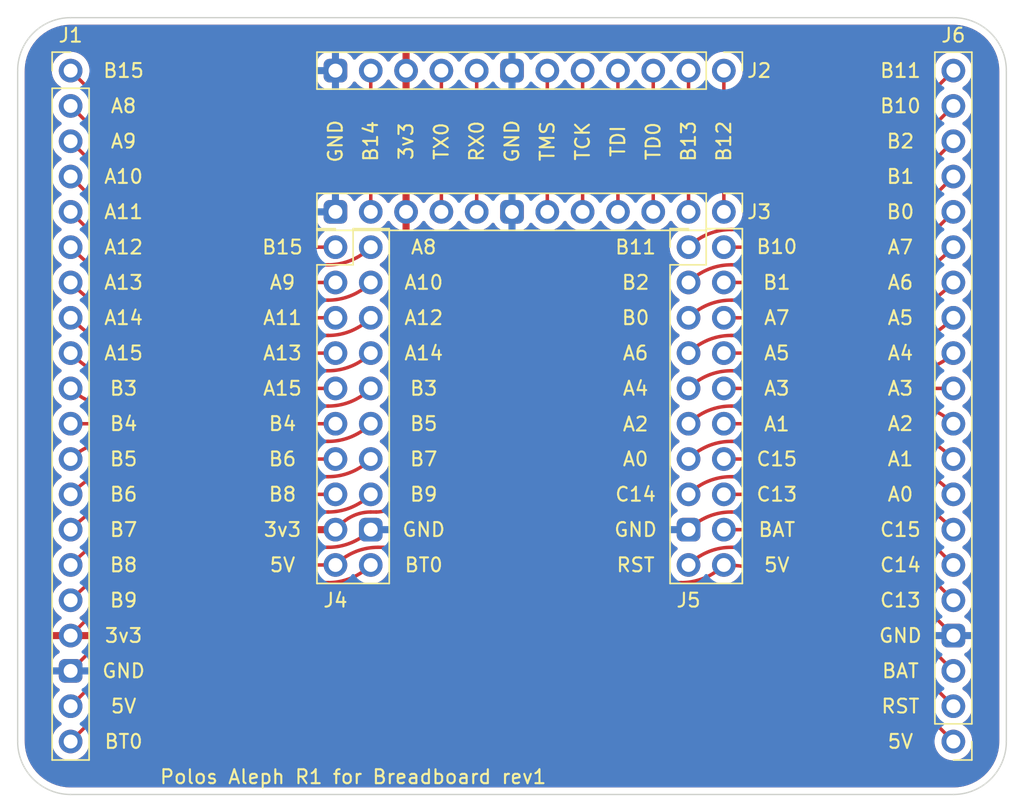
<source format=kicad_pcb>
(kicad_pcb (version 20221018) (generator pcbnew)
  (layers (0 "F.Cu" signal) (31 "B.Cu" signal) (34 "B.Paste" user) (35 "F.Paste" user) (36 "B.SilkS" user "B.Silkscreen") (37 "F.SilkS" user "F.Silkscreen") (38 "B.Mask" user) (39 "F.Mask" user) (44 "Edge.Cuts" user))
  (net 0 "")
  (net 1 "B15")
  (net 2 "A8")
  (net 3 "A9")
  (net 4 "A10")
  (net 5 "A11")
  (net 6 "A12")
  (net 7 "A13")
  (net 8 "A14")
  (net 9 "A15")
  (net 10 "B3")
  (net 11 "B4")
  (net 12 "B5")
  (net 13 "B6")
  (net 14 "B7")
  (net 15 "B8")
  (net 16 "B9")
  (net 17 "3v3")
  (net 18 "GND")
  (net 19 "5V")
  (net 20 "BT0")
  (net 21 "B12")
  (net 22 "B13")
  (net 23 "TDO")
  (net 24 "TDI")
  (net 25 "TCK")
  (net 26 "TMS")
  (net 27 "RX0")
  (net 28 "TX0")
  (net 29 "B14")
  (net 30 "B11")
  (net 31 "B10")
  (net 32 "B2")
  (net 33 "B1")
  (net 34 "B0")
  (net 35 "A7")
  (net 36 "A6")
  (net 37 "A5")
  (net 38 "A4")
  (net 39 "A3")
  (net 40 "A2")
  (net 41 "A1")
  (net 42 "A0")
  (net 43 "C15")
  (net 44 "C14")
  (net 45 "C13")
  (net 46 "BAT")
  (net 47 "RST")
  (footprint "Connector_PinHeader_2.54mm:PinHeader_1x12_P2.54mm_Vertical" (layer "F.Cu") (at 129.54 63.5 -90)
    (fp_text reference "J2" (at 0 -2.54) (layer "F.SilkS"))
    (fp_text value "Conn_01x12")
    (fp_line (start -1.33 -1.33) (end 0 -1.33) (stroke (width 0.12)) (layer "F.SilkS"))
    (fp_line (start -1.33 0) (end -1.33 -1.33) (stroke (width 0.12)) (layer "F.SilkS"))
    (fp_line (start -1.33 1.27) (end -1.33 29.27) (stroke (width 0.12)) (layer "F.SilkS"))
    (fp_line (start -1.33 1.27) (end 1.33 1.27) (stroke (width 0.12)) (layer "F.SilkS"))
    (fp_line (start -1.33 29.27) (end 1.33 29.27) (stroke (width 0.12)) (layer "F.SilkS"))
    (fp_line (start 1.33 1.27) (end 1.33 29.27) (stroke (width 0.12)) (layer "F.SilkS"))
    (pad "1" thru_hole circle (at 0 0 270) (size 1.7 1.7) (drill 1) (layers "*.Cu" "*.Mask") (net 21 "B12"))
    (pad "2" thru_hole oval (at 0 2.54 270) (size 1.7 1.7) (drill 1) (layers "*.Cu" "*.Mask") (net 22 "B13"))
    (pad "3" thru_hole oval (at 0 5.08 270) (size 1.7 1.7) (drill 1) (layers "*.Cu" "*.Mask") (net 23 "TDO"))
    (pad "4" thru_hole oval (at 0 7.62 270) (size 1.7 1.7) (drill 1) (layers "*.Cu" "*.Mask") (net 24 "TDI"))
    (pad "5" thru_hole oval (at 0 10.16 270) (size 1.7 1.7) (drill 1) (layers "*.Cu" "*.Mask") (net 25 "TCK"))
    (pad "6" thru_hole oval (at 0 12.7 270) (size 1.7 1.7) (drill 1) (layers "*.Cu" "*.Mask") (net 26 "TMS"))
    (pad "7" thru_hole roundrect (at 0 15.24 270) (size 1.7 1.7) (drill 1) (layers "*.Cu" "*.Mask") (net 18 "GND"))
    (pad "8" thru_hole oval (at 0 17.78 270) (size 1.7 1.7) (drill 1) (layers "*.Cu" "*.Mask") (net 27 "RX0"))
    (pad "9" thru_hole oval (at 0 20.32 270) (size 1.7 1.7) (drill 1) (layers "*.Cu" "*.Mask") (net 28 "TX0"))
    (pad "10" thru_hole oval (at 0 22.86 270) (size 1.7 1.7) (drill 1) (layers "*.Cu" "*.Mask") (net 17 "3v3"))
    (pad "11" thru_hole oval (at 0 25.4 270) (size 1.7 1.7) (drill 1) (layers "*.Cu" "*.Mask") (net 29 "B14"))
    (pad "12" thru_hole roundrect (at 0 27.94 270) (size 1.7 1.7) (drill 1) (layers "*.Cu" "*.Mask") (net 18 "GND"))
  )
  (footprint "Connector_PinHeader_2.54mm:PinHeader_1x12_P2.54mm_Vertical" (layer "F.Cu") (at 129.54 73.66 -90)
    (fp_text reference "J3" (at 0 -2.54) (layer "F.SilkS"))
    (fp_text value "Conn_01x12")
    (fp_line (start -1.33 -1.33) (end 0 -1.33) (stroke (width 0.12)) (layer "F.SilkS"))
    (fp_line (start -1.33 0) (end -1.33 -1.33) (stroke (width 0.12)) (layer "F.SilkS"))
    (fp_line (start -1.33 1.27) (end -1.33 29.27) (stroke (width 0.12)) (layer "F.SilkS"))
    (fp_line (start -1.33 1.27) (end 1.33 1.27) (stroke (width 0.12)) (layer "F.SilkS"))
    (fp_line (start -1.33 29.27) (end 1.33 29.27) (stroke (width 0.12)) (layer "F.SilkS"))
    (fp_line (start 1.33 1.27) (end 1.33 29.27) (stroke (width 0.12)) (layer "F.SilkS"))
    (pad "1" thru_hole circle (at 0 0 270) (size 1.7 1.7) (drill 1) (layers "*.Cu" "*.Mask") (net 21 "B12"))
    (pad "2" thru_hole oval (at 0 2.54 270) (size 1.7 1.7) (drill 1) (layers "*.Cu" "*.Mask") (net 22 "B13"))
    (pad "3" thru_hole oval (at 0 5.08 270) (size 1.7 1.7) (drill 1) (layers "*.Cu" "*.Mask") (net 23 "TDO"))
    (pad "4" thru_hole oval (at 0 7.62 270) (size 1.7 1.7) (drill 1) (layers "*.Cu" "*.Mask") (net 24 "TDI"))
    (pad "5" thru_hole oval (at 0 10.16 270) (size 1.7 1.7) (drill 1) (layers "*.Cu" "*.Mask") (net 25 "TCK"))
    (pad "6" thru_hole oval (at 0 12.7 270) (size 1.7 1.7) (drill 1) (layers "*.Cu" "*.Mask") (net 26 "TMS"))
    (pad "7" thru_hole roundrect (at 0 15.24 270) (size 1.7 1.7) (drill 1) (layers "*.Cu" "*.Mask") (net 18 "GND"))
    (pad "8" thru_hole oval (at 0 17.78 270) (size 1.7 1.7) (drill 1) (layers "*.Cu" "*.Mask") (net 27 "RX0"))
    (pad "9" thru_hole oval (at 0 20.32 270) (size 1.7 1.7) (drill 1) (layers "*.Cu" "*.Mask") (net 28 "TX0"))
    (pad "10" thru_hole oval (at 0 22.86 270) (size 1.7 1.7) (drill 1) (layers "*.Cu" "*.Mask") (net 17 "3v3"))
    (pad "11" thru_hole oval (at 0 25.4 270) (size 1.7 1.7) (drill 1) (layers "*.Cu" "*.Mask") (net 29 "B14"))
    (pad "12" thru_hole roundrect (at 0 27.94 270) (size 1.7 1.7) (drill 1) (layers "*.Cu" "*.Mask") (net 18 "GND"))
  )
  (footprint "Connector_PinHeader_2.54mm:PinHeader_2x10_P2.54mm_Vertical" (layer "F.Cu") (at 127 76.2)
    (fp_text reference "J5" (at 0 25.4) (layer "F.SilkS"))
    (fp_text value "Conn_02x10_Odd_Even")
    (fp_line (start -1.33 -1.33) (end 0 -1.33) (stroke (width 0.12)) (layer "F.SilkS"))
    (fp_line (start -1.33 0) (end -1.33 -1.33) (stroke (width 0.12)) (layer "F.SilkS"))
    (fp_line (start -1.33 1.27) (end -1.33 24.19) (stroke (width 0.12)) (layer "F.SilkS"))
    (fp_line (start -1.33 1.27) (end 1.27 1.27) (stroke (width 0.12)) (layer "F.SilkS"))
    (fp_line (start -1.33 24.19) (end 3.87 24.19) (stroke (width 0.12)) (layer "F.SilkS"))
    (fp_line (start 1.27 -1.33) (end 3.87 -1.33) (stroke (width 0.12)) (layer "F.SilkS"))
    (fp_line (start 1.27 1.27) (end 1.27 -1.33) (stroke (width 0.12)) (layer "F.SilkS"))
    (fp_line (start 3.87 -1.33) (end 3.87 24.19) (stroke (width 0.12)) (layer "F.SilkS"))
    (pad "1" thru_hole circle (at 0 0) (size 1.7 1.7) (drill 1) (layers "*.Cu" "*.Mask") (net 30 "B11"))
    (pad "2" thru_hole oval (at 2.54 0) (size 1.7 1.7) (drill 1) (layers "*.Cu" "*.Mask") (net 31 "B10"))
    (pad "3" thru_hole oval (at 0 2.54) (size 1.7 1.7) (drill 1) (layers "*.Cu" "*.Mask") (net 32 "B2"))
    (pad "4" thru_hole oval (at 2.54 2.54) (size 1.7 1.7) (drill 1) (layers "*.Cu" "*.Mask") (net 33 "B1"))
    (pad "5" thru_hole oval (at 0 5.08) (size 1.7 1.7) (drill 1) (layers "*.Cu" "*.Mask") (net 34 "B0"))
    (pad "6" thru_hole oval (at 2.54 5.08) (size 1.7 1.7) (drill 1) (layers "*.Cu" "*.Mask") (net 35 "A7"))
    (pad "7" thru_hole oval (at 0 7.62) (size 1.7 1.7) (drill 1) (layers "*.Cu" "*.Mask") (net 36 "A6"))
    (pad "8" thru_hole oval (at 2.54 7.62) (size 1.7 1.7) (drill 1) (layers "*.Cu" "*.Mask") (net 37 "A5"))
    (pad "9" thru_hole oval (at 0 10.16) (size 1.7 1.7) (drill 1) (layers "*.Cu" "*.Mask") (net 38 "A4"))
    (pad "10" thru_hole oval (at 2.54 10.16) (size 1.7 1.7) (drill 1) (layers "*.Cu" "*.Mask") (net 39 "A3"))
    (pad "11" thru_hole oval (at 0 12.7) (size 1.7 1.7) (drill 1) (layers "*.Cu" "*.Mask") (net 40 "A2"))
    (pad "12" thru_hole oval (at 2.54 12.7) (size 1.7 1.7) (drill 1) (layers "*.Cu" "*.Mask") (net 41 "A1"))
    (pad "13" thru_hole oval (at 0 15.24) (size 1.7 1.7) (drill 1) (layers "*.Cu" "*.Mask") (net 42 "A0"))
    (pad "14" thru_hole oval (at 2.54 15.24) (size 1.7 1.7) (drill 1) (layers "*.Cu" "*.Mask") (net 43 "C15"))
    (pad "15" thru_hole oval (at 0 17.78) (size 1.7 1.7) (drill 1) (layers "*.Cu" "*.Mask") (net 44 "C14"))
    (pad "16" thru_hole oval (at 2.54 17.78) (size 1.7 1.7) (drill 1) (layers "*.Cu" "*.Mask") (net 45 "C13"))
    (pad "17" thru_hole roundrect (at 0 20.32) (size 1.7 1.7) (drill 1) (layers "*.Cu" "*.Mask") (net 18 "GND"))
    (pad "18" thru_hole oval (at 2.54 20.32) (size 1.7 1.7) (drill 1) (layers "*.Cu" "*.Mask") (net 46 "BAT"))
    (pad "19" thru_hole oval (at 0 22.86) (size 1.7 1.7) (drill 1) (layers "*.Cu" "*.Mask") (net 47 "RST"))
    (pad "20" thru_hole oval (at 2.54 22.86) (size 1.7 1.7) (drill 1) (layers "*.Cu" "*.Mask") (net 19 "5V"))
  )
  (footprint "Connector_PinHeader_2.54mm:PinHeader_1x20_P2.54mm_Vertical" (layer "F.Cu") (at 82.55 63.5)
    (fp_text reference "J1" (at 0 -2.54) (layer "F.SilkS"))
    (fp_text value "Conn_01x20")
    (fp_line (start -1.33 -1.33) (end 0 -1.33) (stroke (width 0.12)) (layer "F.SilkS"))
    (fp_line (start -1.33 0) (end -1.33 -1.33) (stroke (width 0.12)) (layer "F.SilkS"))
    (fp_line (start -1.33 1.27) (end -1.33 49.59) (stroke (width 0.12)) (layer "F.SilkS"))
    (fp_line (start -1.33 1.27) (end 1.33 1.27) (stroke (width 0.12)) (layer "F.SilkS"))
    (fp_line (start -1.33 49.59) (end 1.33 49.59) (stroke (width 0.12)) (layer "F.SilkS"))
    (fp_line (start 1.33 1.27) (end 1.33 49.59) (stroke (width 0.12)) (layer "F.SilkS"))
    (pad "1" thru_hole circle (at 0 0) (size 1.7 1.7) (drill 1) (layers "*.Cu" "*.Mask") (net 1 "B15"))
    (pad "2" thru_hole oval (at 0 2.54) (size 1.7 1.7) (drill 1) (layers "*.Cu" "*.Mask") (net 2 "A8"))
    (pad "3" thru_hole oval (at 0 5.08) (size 1.7 1.7) (drill 1) (layers "*.Cu" "*.Mask") (net 3 "A9"))
    (pad "4" thru_hole oval (at 0 7.62) (size 1.7 1.7) (drill 1) (layers "*.Cu" "*.Mask") (net 4 "A10"))
    (pad "5" thru_hole oval (at 0 10.16) (size 1.7 1.7) (drill 1) (layers "*.Cu" "*.Mask") (net 5 "A11"))
    (pad "6" thru_hole oval (at 0 12.7) (size 1.7 1.7) (drill 1) (layers "*.Cu" "*.Mask") (net 6 "A12"))
    (pad "7" thru_hole oval (at 0 15.24) (size 1.7 1.7) (drill 1) (layers "*.Cu" "*.Mask") (net 7 "A13"))
    (pad "8" thru_hole oval (at 0 17.78) (size 1.7 1.7) (drill 1) (layers "*.Cu" "*.Mask") (net 8 "A14"))
    (pad "9" thru_hole oval (at 0 20.32) (size 1.7 1.7) (drill 1) (layers "*.Cu" "*.Mask") (net 9 "A15"))
    (pad "10" thru_hole oval (at 0 22.86) (size 1.7 1.7) (drill 1) (layers "*.Cu" "*.Mask") (net 10 "B3"))
    (pad "11" thru_hole oval (at 0 25.4) (size 1.7 1.7) (drill 1) (layers "*.Cu" "*.Mask") (net 11 "B4"))
    (pad "12" thru_hole oval (at 0 27.94) (size 1.7 1.7) (drill 1) (layers "*.Cu" "*.Mask") (net 12 "B5"))
    (pad "13" thru_hole oval (at 0 30.48) (size 1.7 1.7) (drill 1) (layers "*.Cu" "*.Mask") (net 13 "B6"))
    (pad "14" thru_hole oval (at 0 33.02) (size 1.7 1.7) (drill 1) (layers "*.Cu" "*.Mask") (net 14 "B7"))
    (pad "15" thru_hole oval (at 0 35.56) (size 1.7 1.7) (drill 1) (layers "*.Cu" "*.Mask") (net 15 "B8"))
    (pad "16" thru_hole oval (at 0 38.1) (size 1.7 1.7) (drill 1) (layers "*.Cu" "*.Mask") (net 16 "B9"))
    (pad "17" thru_hole oval (at 0 40.64) (size 1.7 1.7) (drill 1) (layers "*.Cu" "*.Mask") (net 17 "3v3"))
    (pad "18" thru_hole roundrect (at 0 43.18) (size 1.7 1.7) (drill 1) (layers "*.Cu" "*.Mask") (net 18 "GND"))
    (pad "19" thru_hole oval (at 0 45.72) (size 1.7 1.7) (drill 1) (layers "*.Cu" "*.Mask") (net 19 "5V"))
    (pad "20" thru_hole oval (at 0 48.26) (size 1.7 1.7) (drill 1) (layers "*.Cu" "*.Mask") (net 20 "BT0"))
  )
  (footprint "Connector_PinHeader_2.54mm:PinHeader_1x20_P2.54mm_Vertical" (layer "F.Cu") (at 146.05 111.76 180)
    (fp_text reference "J6" (at 0 50.8) (layer "F.SilkS"))
    (fp_text value "Conn_01x20")
    (fp_line (start -1.33 -1.33) (end 0 -1.33) (stroke (width 0.12)) (layer "F.SilkS"))
    (fp_line (start -1.33 0) (end -1.33 -1.33) (stroke (width 0.12)) (layer "F.SilkS"))
    (fp_line (start -1.33 1.27) (end -1.33 49.59) (stroke (width 0.12)) (layer "F.SilkS"))
    (fp_line (start -1.33 1.27) (end 1.33 1.27) (stroke (width 0.12)) (layer "F.SilkS"))
    (fp_line (start -1.33 49.59) (end 1.33 49.59) (stroke (width 0.12)) (layer "F.SilkS"))
    (fp_line (start 1.33 1.27) (end 1.33 49.59) (stroke (width 0.12)) (layer "F.SilkS"))
    (pad "1" thru_hole circle (at 0 0 180) (size 1.7 1.7) (drill 1) (layers "*.Cu" "*.Mask") (net 19 "5V"))
    (pad "2" thru_hole oval (at 0 2.54 180) (size 1.7 1.7) (drill 1) (layers "*.Cu" "*.Mask") (net 47 "RST"))
    (pad "3" thru_hole oval (at 0 5.08 180) (size 1.7 1.7) (drill 1) (layers "*.Cu" "*.Mask") (net 46 "BAT"))
    (pad "4" thru_hole roundrect (at 0 7.62 180) (size 1.7 1.7) (drill 1) (layers "*.Cu" "*.Mask") (net 18 "GND"))
    (pad "5" thru_hole oval (at 0 10.16 180) (size 1.7 1.7) (drill 1) (layers "*.Cu" "*.Mask") (net 45 "C13"))
    (pad "6" thru_hole oval (at 0 12.7 180) (size 1.7 1.7) (drill 1) (layers "*.Cu" "*.Mask") (net 44 "C14"))
    (pad "7" thru_hole oval (at 0 15.24 180) (size 1.7 1.7) (drill 1) (layers "*.Cu" "*.Mask") (net 43 "C15"))
    (pad "8" thru_hole oval (at 0 17.78 180) (size 1.7 1.7) (drill 1) (layers "*.Cu" "*.Mask") (net 42 "A0"))
    (pad "9" thru_hole oval (at 0 20.32 180) (size 1.7 1.7) (drill 1) (layers "*.Cu" "*.Mask") (net 41 "A1"))
    (pad "10" thru_hole oval (at 0 22.86 180) (size 1.7 1.7) (drill 1) (layers "*.Cu" "*.Mask") (net 40 "A2"))
    (pad "11" thru_hole oval (at 0 25.4 180) (size 1.7 1.7) (drill 1) (layers "*.Cu" "*.Mask") (net 39 "A3"))
    (pad "12" thru_hole oval (at 0 27.94 180) (size 1.7 1.7) (drill 1) (layers "*.Cu" "*.Mask") (net 38 "A4"))
    (pad "13" thru_hole oval (at 0 30.48 180) (size 1.7 1.7) (drill 1) (layers "*.Cu" "*.Mask") (net 37 "A5"))
    (pad "14" thru_hole oval (at 0 33.02 180) (size 1.7 1.7) (drill 1) (layers "*.Cu" "*.Mask") (net 36 "A6"))
    (pad "15" thru_hole oval (at 0 35.56 180) (size 1.7 1.7) (drill 1) (layers "*.Cu" "*.Mask") (net 35 "A7"))
    (pad "16" thru_hole oval (at 0 38.1 180) (size 1.7 1.7) (drill 1) (layers "*.Cu" "*.Mask") (net 34 "B0"))
    (pad "17" thru_hole oval (at 0 40.64 180) (size 1.7 1.7) (drill 1) (layers "*.Cu" "*.Mask") (net 33 "B1"))
    (pad "18" thru_hole oval (at 0 43.18 180) (size 1.7 1.7) (drill 1) (layers "*.Cu" "*.Mask") (net 32 "B2"))
    (pad "19" thru_hole oval (at 0 45.72 180) (size 1.7 1.7) (drill 1) (layers "*.Cu" "*.Mask") (net 31 "B10"))
    (pad "20" thru_hole oval (at 0 48.26 180) (size 1.7 1.7) (drill 1) (layers "*.Cu" "*.Mask") (net 30 "B11"))
  )
  (footprint "Connector_PinHeader_2.54mm:PinHeader_2x10_P2.54mm_Vertical" (layer "F.Cu") (at 101.6 76.2)
    (fp_text reference "J4" (at 0 25.4) (layer "F.SilkS"))
    (fp_text value "Conn_02x10_Odd_Even")
    (fp_line (start -1.33 -1.33) (end 0 -1.33) (stroke (width 0.12)) (layer "F.SilkS"))
    (fp_line (start -1.33 0) (end -1.33 -1.33) (stroke (width 0.12)) (layer "F.SilkS"))
    (fp_line (start -1.33 1.27) (end -1.33 24.19) (stroke (width 0.12)) (layer "F.SilkS"))
    (fp_line (start -1.33 1.27) (end 1.27 1.27) (stroke (width 0.12)) (layer "F.SilkS"))
    (fp_line (start -1.33 24.19) (end 3.87 24.19) (stroke (width 0.12)) (layer "F.SilkS"))
    (fp_line (start 1.27 -1.33) (end 3.87 -1.33) (stroke (width 0.12)) (layer "F.SilkS"))
    (fp_line (start 1.27 1.27) (end 1.27 -1.33) (stroke (width 0.12)) (layer "F.SilkS"))
    (fp_line (start 3.87 -1.33) (end 3.87 24.19) (stroke (width 0.12)) (layer "F.SilkS"))
    (pad "1" thru_hole circle (at 0 0) (size 1.7 1.7) (drill 1) (layers "*.Cu" "*.Mask") (net 1 "B15"))
    (pad "2" thru_hole oval (at 2.54 0) (size 1.7 1.7) (drill 1) (layers "*.Cu" "*.Mask") (net 2 "A8"))
    (pad "3" thru_hole oval (at 0 2.54) (size 1.7 1.7) (drill 1) (layers "*.Cu" "*.Mask") (net 3 "A9"))
    (pad "4" thru_hole oval (at 2.54 2.54) (size 1.7 1.7) (drill 1) (layers "*.Cu" "*.Mask") (net 4 "A10"))
    (pad "5" thru_hole oval (at 0 5.08) (size 1.7 1.7) (drill 1) (layers "*.Cu" "*.Mask") (net 5 "A11"))
    (pad "6" thru_hole oval (at 2.54 5.08) (size 1.7 1.7) (drill 1) (layers "*.Cu" "*.Mask") (net 6 "A12"))
    (pad "7" thru_hole oval (at 0 7.62) (size 1.7 1.7) (drill 1) (layers "*.Cu" "*.Mask") (net 7 "A13"))
    (pad "8" thru_hole oval (at 2.54 7.62) (size 1.7 1.7) (drill 1) (layers "*.Cu" "*.Mask") (net 8 "A14"))
    (pad "9" thru_hole oval (at 0 10.16) (size 1.7 1.7) (drill 1) (layers "*.Cu" "*.Mask") (net 9 "A15"))
    (pad "10" thru_hole oval (at 2.54 10.16) (size 1.7 1.7) (drill 1) (layers "*.Cu" "*.Mask") (net 10 "B3"))
    (pad "11" thru_hole oval (at 0 12.7) (size 1.7 1.7) (drill 1) (layers "*.Cu" "*.Mask") (net 11 "B4"))
    (pad "12" thru_hole oval (at 2.54 12.7) (size 1.7 1.7) (drill 1) (layers "*.Cu" "*.Mask") (net 12 "B5"))
    (pad "13" thru_hole oval (at 0 15.24) (size 1.7 1.7) (drill 1) (layers "*.Cu" "*.Mask") (net 13 "B6"))
    (pad "14" thru_hole oval (at 2.54 15.24) (size 1.7 1.7) (drill 1) (layers "*.Cu" "*.Mask") (net 14 "B7"))
    (pad "15" thru_hole oval (at 0 17.78) (size 1.7 1.7) (drill 1) (layers "*.Cu" "*.Mask") (net 15 "B8"))
    (pad "16" thru_hole oval (at 2.54 17.78) (size 1.7 1.7) (drill 1) (layers "*.Cu" "*.Mask") (net 16 "B9"))
    (pad "17" thru_hole oval (at 0 20.32) (size 1.7 1.7) (drill 1) (layers "*.Cu" "*.Mask") (net 17 "3v3"))
    (pad "18" thru_hole roundrect (at 2.54 20.32) (size 1.7 1.7) (drill 1) (layers "*.Cu" "*.Mask") (net 18 "GND"))
    (pad "19" thru_hole oval (at 0 22.86) (size 1.7 1.7) (drill 1) (layers "*.Cu" "*.Mask") (net 19 "5V"))
    (pad "20" thru_hole oval (at 2.54 22.86) (size 1.7 1.7) (drill 1) (layers "*.Cu" "*.Mask") (net 20 "BT0"))
  )
  (gr_arc (start 149.86 111.76) (mid 148.744077 114.454077) (end 146.05 115.57) (stroke (width 0.1)) (layer "Edge.Cuts"))
  (gr_line (start 78.74 111.76) (end 78.74 63.5) (stroke (width 0.1)) (layer "Edge.Cuts"))
  (gr_line (start 146.05 115.57) (end 82.55 115.57) (stroke (width 0.1)) (layer "Edge.Cuts"))
  (gr_line (start 82.55 59.69) (end 146.05 59.69) (stroke (width 0.1)) (layer "Edge.Cuts"))
  (gr_line (start 149.86 63.5) (end 149.86 111.76) (stroke (width 0.1)) (layer "Edge.Cuts"))
  (gr_arc (start 78.74 63.5) (mid 79.855923 60.805923) (end 82.55 59.69) (stroke (width 0.1)) (layer "Edge.Cuts"))
  (gr_arc (start 82.55 115.57) (mid 79.855923 114.454077) (end 78.74 111.76) (stroke (width 0.1)) (layer "Edge.Cuts"))
  (gr_arc (start 146.05 59.69) (mid 148.744077 60.805923) (end 149.86 63.5) (stroke (width 0.1)) (layer "Edge.Cuts"))
  (gr_text "A3" (at 133.35 86.36) (layer "F.SilkS") (effects (font (size 1 1))))
  (gr_text "TD0" (at 124.46 68.58 90) (layer "F.SilkS") (effects (font (size 1 1))))
  (gr_text "A10" (at 86.36 71.12) (layer "F.SilkS") (effects (font (size 1 1))))
  (gr_text "BT0" (at 86.36 111.76) (layer "F.SilkS") (effects (font (size 1 1))))
  (gr_text "B0" (at 123.19 81.28) (layer "F.SilkS") (effects (font (size 1 1))))
  (gr_text "TX0" (at 109.22 68.58 90) (layer "F.SilkS") (effects (font (size 1 1))))
  (gr_text "A4" (at 142.24 83.82) (layer "F.SilkS") (effects (font (size 1 1))))
  (gr_text "A6" (at 142.24 78.74) (layer "F.SilkS") (effects (font (size 1 1))))
  (gr_text "B9" (at 107.95 93.98) (layer "F.SilkS") (effects (font (size 1 1))))
  (gr_text "B0" (at 142.24 73.66) (layer "F.SilkS") (effects (font (size 1 1))))
  (gr_text "A15" (at 97.79 86.36) (layer "F.SilkS") (effects (font (size 1 1))))
  (gr_text "B11" (at 123.19 76.2) (layer "F.SilkS") (effects (font (size 1 1))))
  (gr_text "5V" (at 142.24 111.76) (layer "F.SilkS") (effects (font (size 1 1))))
  (gr_text "C14" (at 142.24 99.06) (layer "F.SilkS") (effects (font (size 1 1))))
  (gr_text "B7" (at 107.95 91.44) (layer "F.SilkS") (effects (font (size 1 1))))
  (gr_text "B13" (at 127 68.58 90) (layer "F.SilkS") (effects (font (size 1 1))))
  (gr_text "A2" (at 123.19 88.93) (layer "F.SilkS") (effects (font (size 1 1))))
  (gr_text "GND" (at 114.3 68.58 90) (layer "F.SilkS") (effects (font (size 1 1))))
  (gr_text "A13" (at 97.79 83.82) (layer "F.SilkS") (effects (font (size 1 1))))
  (gr_text "B4" (at 86.36 88.9) (layer "F.SilkS") (effects (font (size 1 1))))
  (gr_text "B3" (at 107.95 86.36) (layer "F.SilkS") (effects (font (size 1 1))))
  (gr_text "A11" (at 97.79 81.28) (layer "F.SilkS") (effects (font (size 1 1))))
  (gr_text "A11" (at 86.36 73.66) (layer "F.SilkS") (effects (font (size 1 1))))
  (gr_text "B10" (at 133.35 76.17) (layer "F.SilkS") (effects (font (size 1 1))))
  (gr_text "A6" (at 123.19 83.82) (layer "F.SilkS") (effects (font (size 1 1))))
  (gr_text "A9" (at 86.36 68.58) (layer "F.SilkS") (effects (font (size 1 1))))
  (gr_text "B15" (at 86.36 63.5) (layer "F.SilkS") (effects (font (size 1 1))))
  (gr_text "TMS" (at 116.84 68.58 90) (layer "F.SilkS") (effects (font (size 1 1))))
  (gr_text "B15" (at 97.79 76.2) (layer "F.SilkS") (effects (font (size 1 1))))
  (gr_text "B12" (at 129.54 68.58 90) (layer "F.SilkS") (effects (font (size 1 1))))
  (gr_text "B14" (at 104.14 68.58 90) (layer "F.SilkS") (effects (font (size 1 1))))
  (gr_text "RST" (at 123.19 99.06) (layer "F.SilkS") (effects (font (size 1 1))))
  (gr_text "B8" (at 86.36 99.06) (layer "F.SilkS") (effects (font (size 1 1))))
  (gr_text "B1" (at 142.24 71.12) (layer "F.SilkS") (effects (font (size 1 1))))
  (gr_text "C15" (at 133.35 91.44) (layer "F.SilkS") (effects (font (size 1 1))))
  (gr_text "A2" (at 142.24 88.9) (layer "F.SilkS") (effects (font (size 1 1))))
  (gr_text "BAT" (at 133.35 96.52) (layer "F.SilkS") (effects (font (size 1 1))))
  (gr_text "5V" (at 86.36 109.22) (layer "F.SilkS") (effects (font (size 1 1))))
  (gr_text "5V" (at 97.79 99.06) (layer "F.SilkS") (effects (font (size 1 1))))
  (gr_text "GND" (at 86.36 106.68) (layer "F.SilkS") (effects (font (size 1 1))))
  (gr_text "A13" (at 86.36 78.74) (layer "F.SilkS") (effects (font (size 1 1))))
  (gr_text "A12" (at 107.95 81.28) (layer "F.SilkS") (effects (font (size 1 1))))
  (gr_text "C15" (at 142.24 96.52) (layer "F.SilkS") (effects (font (size 1 1))))
  (gr_text "B4" (at 97.79 88.9) (layer "F.SilkS") (effects (font (size 1 1))))
  (gr_text "A0" (at 142.24 93.98) (layer "F.SilkS") (effects (font (size 1 1))))
  (gr_text "A12" (at 86.36 76.2) (layer "F.SilkS") (effects (font (size 1 1))))
  (gr_text "3v3" (at 106.68 68.58 90) (layer "F.SilkS") (effects (font (size 1 1))))
  (gr_text "BAT" (at 142.24 106.68) (layer "F.SilkS") (effects (font (size 1 1))))
  (gr_text "GND" (at 101.6 68.58 90) (layer "F.SilkS") (effects (font (size 1 1))))
  (gr_text "A4" (at 123.19 86.36) (layer "F.SilkS") (effects (font (size 1 1))))
  (gr_text "RST" (at 142.24 109.22) (layer "F.SilkS") (effects (font (size 1 1))))
  (gr_text "B6" (at 97.79 91.44) (layer "F.SilkS") (effects (font (size 1 1))))
  (gr_text "A1" (at 133.35 88.93) (layer "F.SilkS") (effects (font (size 1 1))))
  (gr_text "B2" (at 123.19 78.74) (layer "F.SilkS") (effects (font (size 1 1))))
  (gr_text "BT0" (at 107.95 99.06) (layer "F.SilkS") (effects (font (size 1 1))))
  (gr_text "GND" (at 123.19 96.52) (layer "F.SilkS") (effects (font (size 1 1))))
  (gr_text "A14" (at 107.95 83.82) (layer "F.SilkS") (effects (font (size 1 1))))
  (gr_text "TCK" (at 119.38 68.58 90) (layer "F.SilkS") (effects (font (size 1 1))))
  (gr_text "TDI" (at 121.92 68.58 90) (layer "F.SilkS") (effects (font (size 1 1))))
  (gr_text "B7" (at 86.36 96.52) (layer "F.SilkS") (effects (font (size 1 1))))
  (gr_text "A15" (at 86.36 83.82) (layer "F.SilkS") (effects (font (size 1 1))))
  (gr_text "RX0" (at 111.76 68.58 90) (layer "F.SilkS") (effects (font (size 1 1))))
  (gr_text "A1" (at 142.24 91.44) (layer "F.SilkS") (effects (font (size 1 1))))
  (gr_text "B5" (at 107.95 88.9) (layer "F.SilkS") (effects (font (size 1 1))))
  (gr_text "A5" (at 142.24 81.28) (layer "F.SilkS") (effects (font (size 1 1))))
  (gr_text "B8" (at 97.79 93.98) (layer "F.SilkS") (effects (font (size 1 1))))
  (gr_text "A10" (at 107.95 78.74) (layer "F.SilkS") (effects (font (size 1 1))))
  (gr_text "B1" (at 133.35 78.74) (layer "F.SilkS") (effects (font (size 1 1))))
  (gr_text "A14" (at 86.36 81.28) (layer "F.SilkS") (effects (font (size 1 1))))
  (gr_text "C13" (at 142.24 101.6) (layer "F.SilkS") (effects (font (size 1 1))))
  (gr_text "B3" (at 86.36 86.36) (layer "F.SilkS") (effects (font (size 1 1))))
  (gr_text "B2" (at 142.24 68.58) (layer "F.SilkS") (effects (font (size 1 1))))
  (gr_text "A7" (at 142.24 76.2) (layer "F.SilkS") (effects (font (size 1 1))))
  (gr_text "B10" (at 142.24 66.04) (layer "F.SilkS") (effects (font (size 1 1))))
  (gr_text "A0" (at 123.19 91.44) (layer "F.SilkS") (effects (font (size 1 1))))
  (gr_text "A3" (at 142.24 86.36) (layer "F.SilkS") (effects (font (size 1 1))))
  (gr_text "A9" (at 97.79 78.74) (layer "F.SilkS") (effects (font (size 1 1))))
  (gr_text "C14" (at 123.19 93.98) (layer "F.SilkS") (effects (font (size 1 1))))
  (gr_text "5V" (at 133.35 99.06) (layer "F.SilkS") (effects (font (size 1 1))))
  (gr_text "GND" (at 142.24 104.14) (layer "F.SilkS") (effects (font (size 1 1))))
  (gr_text "A5" (at 133.35 83.82) (layer "F.SilkS") (effects (font (size 1 1))))
  (gr_text "Polos Aleph R1 for Breadboard rev1" (at 102.87 114.3) (layer "F.SilkS") (effects (font (size 1 1))))
  (gr_text "A7" (at 133.35 81.28) (layer "F.SilkS") (effects (font (size 1 1))))
  (gr_text "B5" (at 86.36 91.44) (layer "F.SilkS") (effects (font (size 1 1))))
  (gr_text "GND" (at 107.95 96.52) (layer "F.SilkS") (effects (font (size 1 1))))
  (gr_text "A8" (at 107.95 76.2) (layer "F.SilkS") (effects (font (size 1 1))))
  (gr_text "C13" (at 133.35 93.98) (layer "F.SilkS") (effects (font (size 1 1))))
  (gr_text "B9" (at 86.36 101.6) (layer "F.SilkS") (effects (font (size 1 1))))
  (gr_text "B6" (at 86.36 93.98) (layer "F.SilkS") (effects (font (size 1 1))))
  (gr_text "3v3" (at 86.36 104.14) (layer "F.SilkS") (effects (font (size 1 1))))
  (gr_text "3v3" (at 97.79 96.52) (layer "F.SilkS") (effects (font (size 1 1))))
  (gr_text "B11" (at 142.24 63.5) (layer "F.SilkS") (effects (font (size 1 1))))
  (gr_text "A8" (at 86.36 66.04) (layer "F.SilkS") (effects (font (size 1 1))))
  (segment (start 92.555923 73.505923) (end 82.55 63.5) (width 0.25) (layer "F.Cu") (net 1))
  (segment (start 101.6 76.2) (end 99.06 76.2) (width 0.25) (layer "F.Cu") (net 1))
  (arc (start 99.06 76.2) (mid 95.540019 75.499832) (end 92.555923 73.505923) (width 0.25) (layer "F.Cu") (net 1))
  (segment (start 101.073949 77.47) (end 99.06 77.47) (width 0.25) (layer "F.Cu") (net 2))
  (segment (start 90.387897 73.877898) (end 82.55 66.04) (width 0.25) (layer "F.Cu") (net 2))
  (arc (start 99.06 77.47) (mid 94.366692 76.536443) (end 90.387897 73.877898) (width 0.25) (layer "F.Cu") (net 2))
  (arc (start 104.14 76.2) (mid 102.733284 77.139938) (end 101.073949 77.47) (width 0.25) (layer "F.Cu") (net 2))
  (segment (start 101.6 78.74) (end 99.06 78.74) (width 0.25) (layer "F.Cu") (net 3))
  (segment (start 88.219872 74.249872) (end 82.55 68.58) (width 0.25) (layer "F.Cu") (net 3))
  (arc (start 99.06 78.74) (mid 93.193365 77.573054) (end 88.219872 74.249872) (width 0.25) (layer "F.Cu") (net 3))
  (segment (start 101.073949 80.01) (end 99.06 80.01) (width 0.25) (layer "F.Cu") (net 4))
  (segment (start 86.051847 74.621846) (end 82.55 71.12) (width 0.25) (layer "F.Cu") (net 4))
  (arc (start 99.06 80.01) (mid 92.020038 78.609665) (end 86.051847 74.621846) (width 0.25) (layer "F.Cu") (net 4))
  (arc (start 104.14 78.74) (mid 102.733284 79.679938) (end 101.073949 80.01) (width 0.25) (layer "F.Cu") (net 4))
  (segment (start 83.88382 74.993821) (end 82.55 73.66) (width 0.25) (layer "F.Cu") (net 5))
  (segment (start 101.6 81.28) (end 99.06 81.28) (width 0.25) (layer "F.Cu") (net 5))
  (arc (start 99.06 81.28) (mid 90.846711 79.646275) (end 83.88382 74.993821) (width 0.25) (layer "F.Cu") (net 5))
  (segment (start 101.073949 82.55) (end 97.880256 82.55) (width 0.25) (layer "F.Cu") (net 6))
  (arc (start 104.14 81.28) (mid 102.733284 82.219938) (end 101.073949 82.55) (width 0.25) (layer "F.Cu") (net 6))
  (arc (start 97.880256 82.55) (mid 89.583581 80.899689) (end 82.55 76.2) (width 0.25) (layer "F.Cu") (net 6))
  (segment (start 101.6 83.82) (end 94.814204 83.82) (width 0.25) (layer "F.Cu") (net 7))
  (arc (start 94.814204 83.82) (mid 88.176864 82.499751) (end 82.55 78.74) (width 0.25) (layer "F.Cu") (net 7))
  (segment (start 101.073949 85.09) (end 91.748153 85.09) (width 0.25) (layer "F.Cu") (net 8))
  (arc (start 91.748153 85.09) (mid 86.770148 84.099813) (end 82.55 81.28) (width 0.25) (layer "F.Cu") (net 8))
  (arc (start 104.14 83.82) (mid 102.733284 84.759938) (end 101.073949 85.09) (width 0.25) (layer "F.Cu") (net 8))
  (segment (start 101.6 86.36) (end 88.682102 86.36) (width 0.25) (layer "F.Cu") (net 9))
  (arc (start 88.682102 86.36) (mid 85.363432 85.699876) (end 82.55 83.82) (width 0.25) (layer "F.Cu") (net 9))
  (segment (start 101.073949 87.63) (end 85.616051 87.63) (width 0.25) (layer "F.Cu") (net 10))
  (arc (start 104.14 86.36) (mid 102.733284 87.299938) (end 101.073949 87.63) (width 0.25) (layer "F.Cu") (net 10))
  (arc (start 85.616051 87.63) (mid 83.956716 87.299938) (end 82.55 86.36) (width 0.25) (layer "F.Cu") (net 10))
  (segment (start 101.6 88.9) (end 82.55 88.9) (width 0.25) (layer "F.Cu") (net 11))
  (segment (start 101.073949 90.17) (end 85.616051 90.17) (width 0.25) (layer "F.Cu") (net 12))
  (arc (start 104.14 88.9) (mid 102.733284 89.839938) (end 101.073949 90.17) (width 0.25) (layer "F.Cu") (net 12))
  (arc (start 85.616051 90.17) (mid 83.956717 90.500062) (end 82.55 91.44) (width 0.25) (layer "F.Cu") (net 12))
  (segment (start 101.6 91.44) (end 88.682102 91.44) (width 0.25) (layer "F.Cu") (net 13))
  (arc (start 88.682102 91.44) (mid 85.363433 92.100124) (end 82.55 93.98) (width 0.25) (layer "F.Cu") (net 13))
  (segment (start 101.073949 92.71) (end 91.748153 92.71) (width 0.25) (layer "F.Cu") (net 14))
  (arc (start 104.14 91.44) (mid 102.733284 92.379938) (end 101.073949 92.71) (width 0.25) (layer "F.Cu") (net 14))
  (arc (start 91.748153 92.71) (mid 86.770149 93.700187) (end 82.55 96.52) (width 0.25) (layer "F.Cu") (net 14))
  (segment (start 101.6 93.98) (end 94.814204 93.98) (width 0.25) (layer "F.Cu") (net 15))
  (arc (start 94.814204 93.98) (mid 88.176865 95.300249) (end 82.55 99.06) (width 0.25) (layer "F.Cu") (net 15))
  (segment (start 101.073949 95.25) (end 97.880256 95.25) (width 0.25) (layer "F.Cu") (net 16))
  (arc (start 97.880256 95.25) (mid 89.583582 96.900311) (end 82.55 101.6) (width 0.25) (layer "F.Cu") (net 16))
  (arc (start 104.14 93.98) (mid 102.733284 94.919938) (end 101.073949 95.25) (width 0.25) (layer "F.Cu") (net 16))
  (segment (start 104.14 95.25) (end 104.531701 95.25) (width 0.25) (layer "F.Cu") (net 17))
  (segment (start 83.88382 102.806179) (end 82.55 104.14) (width 0.25) (layer "F.Cu") (net 17))
  (segment (start 101.6 96.52) (end 99.06 96.52) (width 0.25) (layer "F.Cu") (net 17))
  (segment (start 106.68 93.101701) (end 106.68 73.66) (width 0.25) (layer "F.Cu") (net 17))
  (segment (start 101.6 96.52) (end 101.971974 96.148026) (width 0.25) (layer "F.Cu") (net 17))
  (segment (start 106.68 63.5) (end 106.68 73.66) (width 0.25) (layer "F.Cu") (net 17))
  (arc (start 99.06 96.52) (mid 90.846711 98.153725) (end 83.88382 102.806179) (width 0.25) (layer "F.Cu") (net 17))
  (arc (start 101.971974 96.148026) (mid 102.966672 95.483389) (end 104.14 95.25) (width 0.25) (layer "F.Cu") (net 17))
  (arc (start 104.531701 95.25) (mid 106.050778 94.620778) (end 106.68 93.101701) (width 0.25) (layer "F.Cu") (net 17))
  (segment (start 140.752103 98.842102) (end 146.05 104.14) (width 0.25) (layer "F.Cu") (net 18))
  (segment (start 130.066051 95.25) (end 132.08 95.25) (width 0.25) (layer "F.Cu") (net 18))
  (segment (start 101.073949 97.79) (end 99.06 97.79) (width 0.25) (layer "F.Cu") (net 18))
  (segment (start 86.051847 103.178154) (end 82.55 106.68) (width 0.25) (layer "F.Cu") (net 18))
  (arc (start 132.08 95.25) (mid 136.773308 96.183557) (end 140.752103 98.842102) (width 0.25) (layer "F.Cu") (net 18))
  (arc (start 99.06 97.79) (mid 92.020038 99.190335) (end 86.051847 103.178154) (width 0.25) (layer "F.Cu") (net 18))
  (arc (start 104.14 96.52) (mid 102.733284 97.459938) (end 101.073949 97.79) (width 0.25) (layer "F.Cu") (net 18))
  (arc (start 127 96.52) (mid 128.406716 95.580062) (end 130.066051 95.25) (width 0.25) (layer "F.Cu") (net 18))
  (segment (start 104.14 96.52) (end 127 96.52) (width 0.25) (layer "B.Cu") (net 18))
  (segment (start 114.3 73.66) (end 114.3 63.5) (width 0.25) (layer "B.Cu") (net 18))
  (segment (start 101.6 63.5) (end 101.6 73.66) (width 0.25) (layer "B.Cu") (net 18))
  (segment (start 112.503949 97.79) (end 104.666051 97.79) (width 0.25) (layer "F.Cu") (net 19))
  (segment (start 146.05 111.76) (end 136.044077 101.754077) (width 0.25) (layer "F.Cu") (net 19))
  (segment (start 126.473949 100.33) (end 118.636051 100.33) (width 0.25) (layer "F.Cu") (net 19))
  (segment (start 101.6 99.06) (end 99.06 99.06) (width 0.25) (layer "F.Cu") (net 19))
  (segment (start 88.219872 103.550128) (end 82.55 109.22) (width 0.25) (layer "F.Cu") (net 19))
  (arc (start 136.044077 101.754077) (mid 133.059981 99.760167) (end 129.54 99.06) (width 0.25) (layer "F.Cu") (net 19))
  (arc (start 115.57 99.06) (mid 114.163283 98.120063) (end 112.503949 97.79) (width 0.25) (layer "F.Cu") (net 19))
  (arc (start 104.666051 97.79) (mid 103.006716 98.120062) (end 101.6 99.06) (width 0.25) (layer "F.Cu") (net 19))
  (arc (start 99.06 99.06) (mid 93.193365 100.226946) (end 88.219872 103.550128) (width 0.25) (layer "F.Cu") (net 19))
  (arc (start 129.54 99.06) (mid 128.133284 99.999938) (end 126.473949 100.33) (width 0.25) (layer "F.Cu") (net 19))
  (arc (start 118.636051 100.33) (mid 116.976716 99.999938) (end 115.57 99.06) (width 0.25) (layer "F.Cu") (net 19))
  (segment (start 90.387897 103.922102) (end 82.55 111.76) (width 0.25) (layer "F.Cu") (net 20))
  (segment (start 101.073949 100.33) (end 99.06 100.33) (width 0.25) (layer "F.Cu") (net 20))
  (arc (start 104.14 99.06) (mid 102.733284 99.999938) (end 101.073949 100.33) (width 0.25) (layer "F.Cu") (net 20))
  (arc (start 99.06 100.33) (mid 94.366692 101.263557) (end 90.387897 103.922102) (width 0.25) (layer "F.Cu") (net 20))
  (segment (start 129.54 63.5) (end 129.54 73.66) (width 0.25) (layer "F.Cu") (net 21))
  (segment (start 127 73.66) (end 127 63.5) (width 0.25) (layer "F.Cu") (net 22))
  (segment (start 124.46 63.5) (end 124.46 73.66) (width 0.25) (layer "F.Cu") (net 23))
  (segment (start 121.92 73.66) (end 121.92 63.5) (width 0.25) (layer "F.Cu") (net 24))
  (segment (start 119.38 63.5) (end 119.38 73.66) (width 0.25) (layer "F.Cu") (net 25))
  (segment (start 116.84 73.66) (end 116.84 63.5) (width 0.25) (layer "F.Cu") (net 26))
  (segment (start 111.76 63.5) (end 111.76 73.66) (width 0.25) (layer "F.Cu") (net 27))
  (segment (start 109.22 73.66) (end 109.22 63.5) (width 0.25) (layer "F.Cu") (net 28))
  (segment (start 104.14 73.66) (end 104.14 63.5) (width 0.25) (layer "F.Cu") (net 29))
  (segment (start 136.416051 73.133949) (end 146.05 63.5) (width 0.25) (layer "F.Cu") (net 30))
  (segment (start 130.066051 74.93) (end 132.08 74.93) (width 0.25) (layer "F.Cu") (net 30))
  (arc (start 127 76.2) (mid 128.406716 75.260062) (end 130.066051 74.93) (width 0.25) (layer "F.Cu") (net 30))
  (arc (start 132.08 74.93) (mid 134.426654 74.463222) (end 136.416051 73.133949) (width 0.25) (layer "F.Cu") (net 30))
  (segment (start 138.584077 73.505923) (end 146.05 66.04) (width 0.25) (layer "F.Cu") (net 31))
  (segment (start 129.54 76.2) (end 132.08 76.2) (width 0.25) (layer "F.Cu") (net 31))
  (arc (start 132.08 76.2) (mid 135.599981 75.499832) (end 138.584077 73.505923) (width 0.25) (layer "F.Cu") (net 31))
  (segment (start 130.066051 77.47) (end 132.08 77.47) (width 0.25) (layer "F.Cu") (net 32))
  (segment (start 140.752103 73.877898) (end 146.05 68.58) (width 0.25) (layer "F.Cu") (net 32))
  (arc (start 132.08 77.47) (mid 136.773308 76.536443) (end 140.752103 73.877898) (width 0.25) (layer "F.Cu") (net 32))
  (arc (start 127 78.74) (mid 128.406716 77.800062) (end 130.066051 77.47) (width 0.25) (layer "F.Cu") (net 32))
  (segment (start 142.920128 74.249872) (end 146.05 71.12) (width 0.25) (layer "F.Cu") (net 33))
  (segment (start 129.54 78.74) (end 132.08 78.74) (width 0.25) (layer "F.Cu") (net 33))
  (arc (start 132.08 78.74) (mid 137.946635 77.573054) (end 142.920128 74.249872) (width 0.25) (layer "F.Cu") (net 33))
  (segment (start 130.066051 80.01) (end 132.08 80.01) (width 0.25) (layer "F.Cu") (net 34))
  (segment (start 145.088153 74.621846) (end 146.05 73.66) (width 0.25) (layer "F.Cu") (net 34))
  (arc (start 132.08 80.01) (mid 139.119962 78.609665) (end 145.088153 74.621846) (width 0.25) (layer "F.Cu") (net 34))
  (arc (start 127 81.28) (mid 128.406716 80.340062) (end 130.066051 80.01) (width 0.25) (layer "F.Cu") (net 34))
  (segment (start 129.54 81.28) (end 133.785796 81.28) (width 0.25) (layer "F.Cu") (net 35))
  (arc (start 133.785796 81.28) (mid 140.423135 79.959751) (end 146.05 76.2) (width 0.25) (layer "F.Cu") (net 35))
  (segment (start 130.066051 82.55) (end 136.851847 82.55) (width 0.25) (layer "F.Cu") (net 36))
  (arc (start 136.851847 82.55) (mid 141.829852 81.559813) (end 146.05 78.74) (width 0.25) (layer "F.Cu") (net 36))
  (arc (start 127 83.82) (mid 128.406716 82.880062) (end 130.066051 82.55) (width 0.25) (layer "F.Cu") (net 36))
  (segment (start 129.54 83.82) (end 139.917898 83.82) (width 0.25) (layer "F.Cu") (net 37))
  (arc (start 139.917898 83.82) (mid 143.236568 83.159875) (end 146.05 81.28) (width 0.25) (layer "F.Cu") (net 37))
  (segment (start 130.066051 85.09) (end 142.983949 85.09) (width 0.25) (layer "F.Cu") (net 38))
  (arc (start 142.983949 85.09) (mid 144.643284 84.759937) (end 146.05 83.82) (width 0.25) (layer "F.Cu") (net 38))
  (arc (start 127 86.36) (mid 128.406716 85.420062) (end 130.066051 85.09) (width 0.25) (layer "F.Cu") (net 38))
  (segment (start 129.54 86.36) (end 146.05 86.36) (width 0.25) (layer "F.Cu") (net 39))
  (segment (start 130.066051 87.63) (end 142.983949 87.63) (width 0.25) (layer "F.Cu") (net 40))
  (arc (start 127 88.9) (mid 128.406716 87.960062) (end 130.066051 87.63) (width 0.25) (layer "F.Cu") (net 40))
  (arc (start 142.983949 87.63) (mid 144.643283 87.960063) (end 146.05 88.9) (width 0.25) (layer "F.Cu") (net 40))
  (segment (start 129.54 88.9) (end 139.917898 88.9) (width 0.25) (layer "F.Cu") (net 41))
  (arc (start 139.917898 88.9) (mid 143.236567 89.560125) (end 146.05 91.44) (width 0.25) (layer "F.Cu") (net 41))
  (segment (start 130.066051 90.17) (end 136.851847 90.17) (width 0.25) (layer "F.Cu") (net 42))
  (arc (start 127 91.44) (mid 128.406716 90.500062) (end 130.066051 90.17) (width 0.25) (layer "F.Cu") (net 42))
  (arc (start 136.851847 90.17) (mid 141.829851 91.160187) (end 146.05 93.98) (width 0.25) (layer "F.Cu") (net 42))
  (segment (start 129.54 91.44) (end 133.785796 91.44) (width 0.25) (layer "F.Cu") (net 43))
  (arc (start 133.785796 91.44) (mid 140.423135 92.760249) (end 146.05 96.52) (width 0.25) (layer "F.Cu") (net 43))
  (segment (start 130.066051 92.71) (end 132.08 92.71) (width 0.25) (layer "F.Cu") (net 44))
  (segment (start 145.088153 98.098154) (end 146.05 99.06) (width 0.25) (layer "F.Cu") (net 44))
  (arc (start 127 93.98) (mid 128.406716 93.040062) (end 130.066051 92.71) (width 0.25) (layer "F.Cu") (net 44))
  (arc (start 132.08 92.71) (mid 139.119962 94.110335) (end 145.088153 98.098154) (width 0.25) (layer "F.Cu") (net 44))
  (segment (start 142.920128 98.470128) (end 146.05 101.6) (width 0.25) (layer "F.Cu") (net 45))
  (segment (start 129.54 93.98) (end 132.08 93.98) (width 0.25) (layer "F.Cu") (net 45))
  (arc (start 132.08 93.98) (mid 137.946635 95.146946) (end 142.920128 98.470128) (width 0.25) (layer "F.Cu") (net 45))
  (segment (start 138.584077 99.214077) (end 146.05 106.68) (width 0.25) (layer "F.Cu") (net 46))
  (segment (start 129.54 96.52) (end 132.08 96.52) (width 0.25) (layer "F.Cu") (net 46))
  (arc (start 132.08 96.52) (mid 135.599981 97.220168) (end 138.584077 99.214077) (width 0.25) (layer "F.Cu") (net 46))
  (segment (start 130.066051 97.79) (end 132.08 97.79) (width 0.25) (layer "F.Cu") (net 47))
  (segment (start 136.416051 99.586051) (end 146.05 109.22) (width 0.25) (layer "F.Cu") (net 47))
  (arc (start 132.08 97.79) (mid 134.426654 98.256778) (end 136.416051 99.586051) (width 0.25) (layer "F.Cu") (net 47))
  (arc (start 127 99.06) (mid 128.406716 98.120062) (end 130.066051 97.79) (width 0.25) (layer "F.Cu") (net 47))
  (zone (net 17) (net_name "3v3") (layer "F.Cu") (connect_pads (clearance 0.508)) (min_thickness 0.254) (fill yes (thermal_gap 0.508) (thermal_bridge_width 0.508))
    (polygon (pts (xy 151.13 116.84) (xy 77.47 116.84) (xy 77.47 58.42) (xy 151.13 58.42)))
  )
  (zone (net 18) (net_name "GND") (layer "B.Cu") (connect_pads (clearance 0.508)) (min_thickness 0.254) (fill yes (thermal_gap 0.508) (thermal_bridge_width 0.508))
    (polygon (pts (xy 151.13 116.84) (xy 77.47 116.84) (xy 77.47 58.42) (xy 151.13 58.42)))
  )
)
</source>
